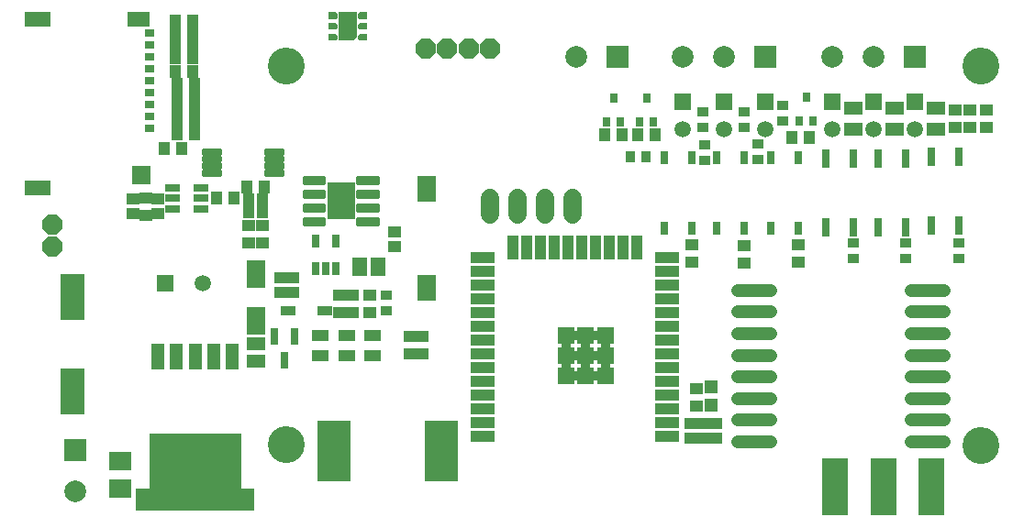
<source format=gbr>
G04 EAGLE Gerber RS-274X export*
G75*
%MOMM*%
%FSLAX34Y34*%
%LPD*%
%INSoldermask Top*%
%IPPOS*%
%AMOC8*
5,1,8,0,0,1.08239X$1,22.5*%
G01*
%ADD10C,3.403200*%
%ADD11R,1.203200X1.303200*%
%ADD12R,2.203200X1.103200*%
%ADD13R,1.103200X2.203200*%
%ADD14R,1.533200X1.533200*%
%ADD15C,0.911200*%
%ADD16R,1.153200X1.103200*%
%ADD17R,1.103200X0.853200*%
%ADD18R,1.603200X1.103200*%
%ADD19R,1.143200X1.003200*%
%ADD20R,3.103200X5.603200*%
%ADD21R,1.511200X1.511200*%
%ADD22C,1.511200*%
%ADD23R,1.753200X2.553200*%
%ADD24R,1.673200X1.223200*%
%ADD25R,2.203200X4.303200*%
%ADD26R,1.223200X2.363200*%
%ADD27R,8.533200X7.193200*%
%ADD28R,1.438200X2.113200*%
%ADD29R,1.403200X0.753200*%
%ADD30C,0.301600*%
%ADD31C,0.353406*%
%ADD32R,2.616200X3.505200*%
%ADD33R,1.103200X1.153200*%
%ADD34R,1.413200X0.933200*%
%ADD35R,0.762000X1.524000*%
%ADD36R,0.711200X1.524000*%
%ADD37R,1.003200X1.143200*%
%ADD38P,2.034460X8X112.500000*%
%ADD39P,2.034460X8X22.500000*%
%ADD40R,0.753200X1.253200*%
%ADD41R,1.403200X1.653200*%
%ADD42R,1.203200X1.103200*%
%ADD43C,1.219200*%
%ADD44R,2.489200X5.283200*%
%ADD45R,2.023200X1.813200*%
%ADD46R,0.953200X0.703200*%
%ADD47R,2.003200X1.403200*%
%ADD48R,2.403200X1.403200*%
%ADD49R,1.703200X1.803200*%
%ADD50R,1.003200X1.153200*%
%ADD51R,1.803200X2.383200*%
%ADD52R,2.003200X2.003200*%
%ADD53C,2.003200*%
%ADD54R,0.803200X1.703200*%
%ADD55R,1.653200X1.203200*%
%ADD56R,0.803200X1.203200*%
%ADD57R,0.853200X1.103200*%
%ADD58R,1.103200X1.203200*%
%ADD59R,0.703200X0.953200*%
%ADD60C,1.727200*%

G36*
X315115Y483537D02*
X315115Y483537D01*
X315129Y483535D01*
X318415Y486821D01*
X318419Y486848D01*
X318429Y486856D01*
X318429Y509570D01*
X318393Y509617D01*
X318386Y509612D01*
X318380Y509619D01*
X301380Y509619D01*
X301333Y509583D01*
X301338Y509576D01*
X301331Y509570D01*
X301331Y483570D01*
X301367Y483523D01*
X301374Y483528D01*
X301380Y483521D01*
X315094Y483521D01*
X315115Y483537D01*
G37*
G36*
X298815Y503537D02*
X298815Y503537D01*
X298829Y503535D01*
X300415Y505121D01*
X300416Y505132D01*
X300417Y505133D01*
X300417Y505134D01*
X300419Y505148D01*
X300429Y505156D01*
X300429Y507984D01*
X300413Y508005D01*
X300415Y508019D01*
X298829Y509605D01*
X298802Y509609D01*
X298794Y509619D01*
X292380Y509619D01*
X292333Y509583D01*
X292338Y509576D01*
X292331Y509570D01*
X292331Y503570D01*
X292367Y503523D01*
X292374Y503528D01*
X292380Y503521D01*
X298794Y503521D01*
X298815Y503537D01*
G37*
G36*
X298815Y483537D02*
X298815Y483537D01*
X298829Y483535D01*
X300415Y485121D01*
X300416Y485132D01*
X300417Y485133D01*
X300417Y485134D01*
X300419Y485148D01*
X300429Y485156D01*
X300429Y487984D01*
X300413Y488005D01*
X300415Y488019D01*
X298829Y489605D01*
X298802Y489609D01*
X298794Y489619D01*
X292380Y489619D01*
X292333Y489583D01*
X292338Y489576D01*
X292331Y489570D01*
X292331Y483570D01*
X292367Y483523D01*
X292374Y483528D01*
X292380Y483521D01*
X298794Y483521D01*
X298815Y483537D01*
G37*
G36*
X298815Y493537D02*
X298815Y493537D01*
X298829Y493535D01*
X300415Y495121D01*
X300416Y495132D01*
X300417Y495133D01*
X300417Y495134D01*
X300419Y495148D01*
X300429Y495156D01*
X300429Y497984D01*
X300413Y498005D01*
X300415Y498019D01*
X298829Y499605D01*
X298802Y499609D01*
X298794Y499619D01*
X292380Y499619D01*
X292333Y499583D01*
X292338Y499576D01*
X292331Y499570D01*
X292331Y493570D01*
X292367Y493523D01*
X292374Y493528D01*
X292380Y493521D01*
X298794Y493521D01*
X298815Y493537D01*
G37*
G36*
X327427Y503557D02*
X327427Y503557D01*
X327422Y503564D01*
X327429Y503570D01*
X327429Y509570D01*
X327393Y509617D01*
X327386Y509612D01*
X327380Y509619D01*
X320966Y509619D01*
X320945Y509603D01*
X320931Y509605D01*
X319345Y508019D01*
X319342Y507992D01*
X319331Y507984D01*
X319331Y505156D01*
X319347Y505135D01*
X319345Y505121D01*
X320931Y503535D01*
X320958Y503532D01*
X320966Y503521D01*
X327380Y503521D01*
X327427Y503557D01*
G37*
G36*
X327427Y493557D02*
X327427Y493557D01*
X327422Y493564D01*
X327429Y493570D01*
X327429Y499570D01*
X327393Y499617D01*
X327386Y499612D01*
X327380Y499619D01*
X320966Y499619D01*
X320945Y499603D01*
X320931Y499605D01*
X319345Y498019D01*
X319342Y497992D01*
X319331Y497984D01*
X319331Y495156D01*
X319347Y495135D01*
X319345Y495121D01*
X320931Y493535D01*
X320958Y493532D01*
X320966Y493521D01*
X327380Y493521D01*
X327427Y493557D01*
G37*
G36*
X327427Y483557D02*
X327427Y483557D01*
X327422Y483564D01*
X327429Y483570D01*
X327429Y489570D01*
X327393Y489617D01*
X327386Y489612D01*
X327380Y489619D01*
X320966Y489619D01*
X320945Y489603D01*
X320931Y489605D01*
X319345Y488019D01*
X319342Y487992D01*
X319331Y487984D01*
X319331Y485156D01*
X319347Y485135D01*
X319345Y485121D01*
X320931Y483535D01*
X320958Y483532D01*
X320966Y483521D01*
X327380Y483521D01*
X327427Y483557D01*
G37*
D10*
X252730Y110490D03*
X894080Y109220D03*
X894080Y459740D03*
X252730Y459740D03*
D11*
X645160Y146440D03*
X645160Y163440D03*
D12*
X604430Y117580D03*
X604430Y130280D03*
X604430Y142980D03*
X604430Y155680D03*
X604430Y168380D03*
X604430Y181080D03*
X604430Y193780D03*
X604430Y206480D03*
X604430Y219180D03*
X604430Y231880D03*
X604430Y244580D03*
X604430Y257280D03*
X604430Y269980D03*
X604430Y282680D03*
D13*
X576580Y292680D03*
X563880Y292680D03*
X551180Y292680D03*
X538480Y292680D03*
X525780Y292680D03*
X513080Y292680D03*
X500380Y292680D03*
X487680Y292680D03*
X474980Y292680D03*
X462280Y292680D03*
D12*
X434430Y282680D03*
X434430Y269980D03*
X434430Y257280D03*
X434430Y244580D03*
X434430Y231880D03*
X434430Y219180D03*
X434430Y206480D03*
X434430Y193780D03*
X434430Y181080D03*
X434430Y168380D03*
X434430Y155680D03*
X434430Y142980D03*
X434430Y130280D03*
X434430Y117580D03*
D14*
X547780Y174230D03*
X529430Y174230D03*
X511080Y174230D03*
X547780Y192580D03*
X529430Y192580D03*
X511080Y192580D03*
X547780Y210930D03*
X529430Y210930D03*
X511080Y210930D03*
D15*
X538605Y174230D03*
X520255Y174230D03*
X547780Y183405D03*
X529430Y183405D03*
X511080Y183405D03*
X538605Y192580D03*
X520255Y192580D03*
X547780Y201755D03*
X529430Y201755D03*
X511080Y201755D03*
X538605Y210930D03*
X520255Y210930D03*
D16*
X631190Y161670D03*
X631190Y145670D03*
D17*
X345440Y248550D03*
X345440Y234050D03*
D18*
X332740Y192430D03*
X332740Y211430D03*
D19*
X637540Y116490D03*
X637540Y129890D03*
X626110Y116490D03*
X626110Y129890D03*
D20*
X297210Y104140D03*
X396210Y104140D03*
D21*
X140970Y259080D03*
D22*
X175970Y259080D03*
D23*
X224790Y224880D03*
X224790Y267880D03*
D24*
X224790Y187480D03*
X224790Y203680D03*
D25*
X55880Y159700D03*
X55880Y246700D03*
D26*
X202910Y191920D03*
X185910Y191920D03*
X168910Y191920D03*
X151910Y191920D03*
X134910Y191920D03*
D27*
X168910Y85170D03*
D28*
X121085Y59770D03*
X216735Y59770D03*
D29*
X174290Y328320D03*
X174290Y337820D03*
X174290Y347320D03*
X148290Y347320D03*
X148290Y328320D03*
X148290Y337820D03*
D30*
X177252Y379082D02*
X191868Y379082D01*
X177252Y379082D02*
X177252Y382098D01*
X191868Y382098D01*
X191868Y379082D01*
X191868Y381947D02*
X177252Y381947D01*
X177252Y372582D02*
X191868Y372582D01*
X177252Y372582D02*
X177252Y375598D01*
X191868Y375598D01*
X191868Y372582D01*
X191868Y375447D02*
X177252Y375447D01*
X177252Y366082D02*
X191868Y366082D01*
X177252Y366082D02*
X177252Y369098D01*
X191868Y369098D01*
X191868Y366082D01*
X191868Y368947D02*
X177252Y368947D01*
X177252Y359582D02*
X191868Y359582D01*
X177252Y359582D02*
X177252Y362598D01*
X191868Y362598D01*
X191868Y359582D01*
X191868Y362447D02*
X177252Y362447D01*
X234852Y359582D02*
X249468Y359582D01*
X234852Y359582D02*
X234852Y362598D01*
X249468Y362598D01*
X249468Y359582D01*
X249468Y362447D02*
X234852Y362447D01*
X234852Y366082D02*
X249468Y366082D01*
X234852Y366082D02*
X234852Y369098D01*
X249468Y369098D01*
X249468Y366082D01*
X249468Y368947D02*
X234852Y368947D01*
X234852Y372582D02*
X249468Y372582D01*
X234852Y372582D02*
X234852Y375598D01*
X249468Y375598D01*
X249468Y372582D01*
X249468Y375447D02*
X234852Y375447D01*
X234852Y379082D02*
X249468Y379082D01*
X234852Y379082D02*
X234852Y382098D01*
X249468Y382098D01*
X249468Y379082D01*
X249468Y381947D02*
X234852Y381947D01*
D31*
X269681Y352081D02*
X287879Y352081D01*
X269681Y352081D02*
X269681Y356579D01*
X287879Y356579D01*
X287879Y352081D01*
X287879Y355438D02*
X269681Y355438D01*
X269681Y339381D02*
X287879Y339381D01*
X269681Y339381D02*
X269681Y343879D01*
X287879Y343879D01*
X287879Y339381D01*
X287879Y342738D02*
X269681Y342738D01*
X269681Y326681D02*
X287879Y326681D01*
X269681Y326681D02*
X269681Y331179D01*
X287879Y331179D01*
X287879Y326681D01*
X287879Y330038D02*
X269681Y330038D01*
X269681Y313981D02*
X287879Y313981D01*
X269681Y313981D02*
X269681Y318479D01*
X287879Y318479D01*
X287879Y313981D01*
X287879Y317338D02*
X269681Y317338D01*
X319181Y313981D02*
X337379Y313981D01*
X319181Y313981D02*
X319181Y318479D01*
X337379Y318479D01*
X337379Y313981D01*
X337379Y317338D02*
X319181Y317338D01*
X319181Y326681D02*
X337379Y326681D01*
X319181Y326681D02*
X319181Y331179D01*
X337379Y331179D01*
X337379Y326681D01*
X337379Y330038D02*
X319181Y330038D01*
X319181Y339381D02*
X337379Y339381D01*
X319181Y339381D02*
X319181Y343879D01*
X337379Y343879D01*
X337379Y339381D01*
X337379Y342738D02*
X319181Y342738D01*
X319181Y352081D02*
X337379Y352081D01*
X319181Y352081D02*
X319181Y356579D01*
X337379Y356579D01*
X337379Y352081D01*
X337379Y355438D02*
X319181Y355438D01*
D32*
X303530Y335280D03*
D16*
X313690Y248030D03*
X313690Y232030D03*
D18*
X308610Y192430D03*
X308610Y211430D03*
X284480Y192430D03*
X284480Y211430D03*
D16*
X330200Y248030D03*
X330200Y232030D03*
D33*
X216790Y347980D03*
X232790Y347980D03*
D34*
X254980Y233680D03*
X288580Y233680D03*
D35*
X260858Y210312D03*
X242062Y210312D03*
D36*
X251460Y188468D03*
D37*
X218090Y325120D03*
X231490Y325120D03*
X218090Y336550D03*
X231490Y336550D03*
D19*
X259080Y264510D03*
X259080Y251110D03*
D16*
X123190Y337946D03*
X123190Y321946D03*
D19*
X134620Y323500D03*
X134620Y336900D03*
D33*
X204850Y337820D03*
X188850Y337820D03*
D19*
X111760Y336900D03*
X111760Y323500D03*
D38*
X36830Y293530D03*
X36830Y313530D03*
D39*
X381480Y476250D03*
X401480Y476250D03*
X421480Y476250D03*
X441480Y476250D03*
D40*
X280060Y272750D03*
X289560Y272750D03*
X299060Y272750D03*
X299060Y298750D03*
X280060Y298750D03*
D19*
X247650Y264510D03*
X247650Y251110D03*
D41*
X320430Y274320D03*
X337430Y274320D03*
D16*
X218440Y296800D03*
X218440Y312800D03*
D42*
X231140Y296800D03*
X231140Y312800D03*
D43*
X669370Y252910D02*
X699850Y252910D01*
X829370Y252910D02*
X859850Y252910D01*
X699850Y232910D02*
X669370Y232910D01*
X669370Y212910D02*
X699850Y212910D01*
X699850Y192910D02*
X669370Y192910D01*
X669370Y172910D02*
X699850Y172910D01*
X699850Y152910D02*
X669370Y152910D01*
X669370Y132910D02*
X699850Y132910D01*
X699850Y112910D02*
X669370Y112910D01*
X829370Y232910D02*
X859850Y232910D01*
X859850Y212910D02*
X829370Y212910D01*
X829370Y192910D02*
X859850Y192910D01*
X859850Y172910D02*
X829370Y172910D01*
X829370Y152910D02*
X859850Y152910D01*
X859850Y132910D02*
X829370Y132910D01*
X829370Y112910D02*
X859850Y112910D01*
D44*
X803910Y71374D03*
X759714Y71374D03*
X848106Y71374D03*
D19*
X648970Y116490D03*
X648970Y129890D03*
D16*
X378460Y209930D03*
X378460Y193930D03*
X367030Y209930D03*
X367030Y193930D03*
X302260Y232030D03*
X302260Y248030D03*
D45*
X99804Y69332D03*
X99804Y95332D03*
D46*
X126710Y490860D03*
X126710Y479860D03*
X126710Y468860D03*
X126710Y457860D03*
X126710Y446860D03*
X126710Y435860D03*
X126710Y424860D03*
X126710Y413860D03*
X126710Y402860D03*
D47*
X116460Y502860D03*
D48*
X23460Y502860D03*
D49*
X118960Y359610D03*
D48*
X23460Y347860D03*
D33*
X140590Y383540D03*
X156590Y383540D03*
X152020Y408940D03*
X168020Y408940D03*
X152020Y443230D03*
X168020Y443230D03*
X150750Y467360D03*
X166750Y467360D03*
D50*
X150750Y478790D03*
X166750Y478790D03*
X150750Y454660D03*
X166750Y454660D03*
X152020Y431800D03*
X168020Y431800D03*
X152020Y420370D03*
X168020Y420370D03*
X152020Y397510D03*
X168020Y397510D03*
D19*
X353060Y306420D03*
X353060Y293020D03*
D51*
X382270Y346990D03*
X382270Y254990D03*
D52*
X58420Y105410D03*
D53*
X58420Y67310D03*
D52*
X558800Y468630D03*
D53*
X520700Y468630D03*
D54*
X775970Y374650D03*
X750570Y374650D03*
X750570Y311150D03*
X775970Y311150D03*
D55*
X775970Y401980D03*
X775970Y420980D03*
D16*
X899160Y419480D03*
X899160Y403480D03*
D21*
X756920Y426720D03*
D22*
X756920Y401320D03*
D17*
X775970Y282310D03*
X775970Y296810D03*
D54*
X824230Y374650D03*
X798830Y374650D03*
X798830Y311150D03*
X824230Y311150D03*
D55*
X814070Y401980D03*
X814070Y420980D03*
D16*
X883920Y419480D03*
X883920Y403480D03*
D21*
X795020Y426720D03*
D22*
X795020Y401320D03*
D17*
X824230Y282310D03*
X824230Y296810D03*
D52*
X694690Y468630D03*
D53*
X656590Y468630D03*
X618490Y468630D03*
D52*
X833120Y468630D03*
D53*
X795020Y468630D03*
X756920Y468630D03*
D54*
X873760Y375920D03*
X848360Y375920D03*
X848360Y312420D03*
X873760Y312420D03*
D55*
X852170Y401980D03*
X852170Y420980D03*
D16*
X869950Y419480D03*
X869950Y403480D03*
D21*
X833120Y426720D03*
D22*
X833120Y401320D03*
D17*
X873760Y282310D03*
X873760Y296810D03*
D56*
X601980Y310500D03*
X627380Y310500D03*
X627380Y375300D03*
X601980Y375300D03*
D16*
X627380Y279020D03*
X627380Y295020D03*
D57*
X570600Y375920D03*
X585100Y375920D03*
D58*
X546990Y396240D03*
X562990Y396240D03*
D59*
X548490Y408100D03*
X561490Y408100D03*
X554990Y430100D03*
D17*
X637540Y402960D03*
X637540Y417460D03*
D21*
X618490Y426720D03*
D22*
X618490Y401320D03*
D56*
X650240Y310500D03*
X675640Y310500D03*
X675640Y375300D03*
X650240Y375300D03*
D16*
X675640Y277750D03*
X675640Y293750D03*
D17*
X638810Y386980D03*
X638810Y372480D03*
D58*
X577470Y396240D03*
X593470Y396240D03*
D59*
X578970Y408100D03*
X591970Y408100D03*
X585470Y430100D03*
D17*
X675640Y402960D03*
X675640Y417460D03*
D21*
X656590Y426720D03*
D22*
X656590Y401320D03*
D56*
X699770Y310500D03*
X725170Y310500D03*
X725170Y375300D03*
X699770Y375300D03*
D16*
X725170Y279020D03*
X725170Y295020D03*
D17*
X688340Y388250D03*
X688340Y373750D03*
D58*
X719710Y393700D03*
X735710Y393700D03*
D59*
X726290Y409370D03*
X739290Y409370D03*
X732790Y431370D03*
D17*
X711200Y409310D03*
X711200Y423810D03*
D21*
X694690Y426720D03*
D22*
X694690Y401320D03*
D33*
X150750Y501650D03*
X166750Y501650D03*
D50*
X150750Y490220D03*
X166750Y490220D03*
D60*
X516890Y337820D02*
X516890Y322580D01*
X491490Y322580D02*
X491490Y337820D01*
X466090Y337820D02*
X466090Y322580D01*
X440690Y322580D02*
X440690Y337820D01*
M02*

</source>
